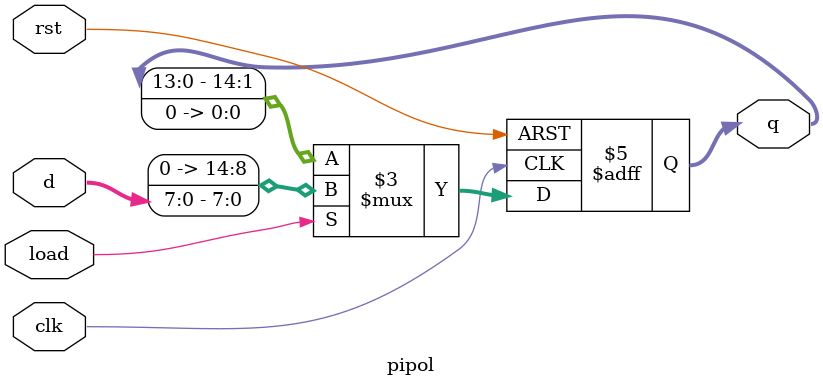
<source format=v>
module pipol(d,clk,load,rst,q);
  input [7:0]d;
  input clk,rst,load;
  output reg [14:0]q;
  
  always@(posedge clk,posedge rst)
  begin
  if (rst)
    q<=0;
  else
    begin
    if (load)
      q<=d;
    else
      q<={q[13:0],1'b0};
    end
  end
  
endmodule
</source>
